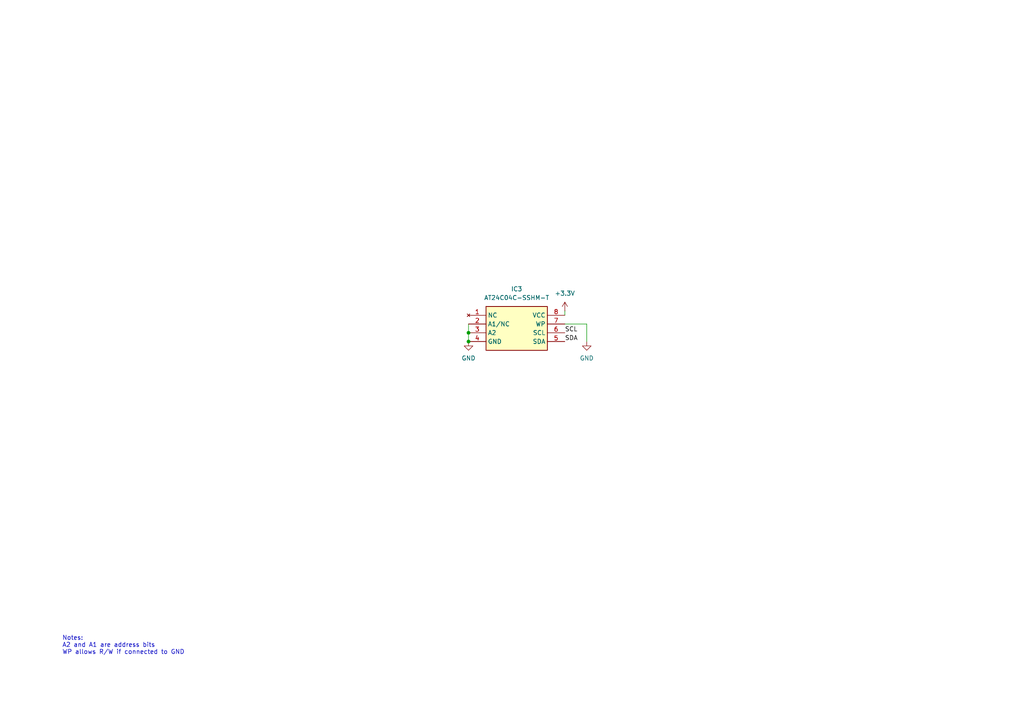
<source format=kicad_sch>
(kicad_sch (version 20231120) (generator "eeschema") (generator_version "8.0")
  (paper "A4")
  (title_block (title "AT24C04C-SSHM-T") (date "2024-11-12") (rev "0.01") (company "Balanças Marques") (comment 3 "Ruben Figueiredo"))
  (lib_symbols
    (symbol "BM_KiCad_library:AT24C04C-SSHM-T"
      (property "Reference" "IC" (at 24.13 7.62 0))
      (property "Value" "AT24C04C-SSHM-T" (at 24.13 5.08 0))
      (symbol "AT24C04C-SSHM-T_1_1"
        (rectangle (start 5.08 2.54) (end 22.86 -10.16) (stroke (width 0.254)) (fill (type background)))
        (pin no_connect line (at 0 0 0) (length 5.08) (name "NC") (number "1"))
        (pin passive line (at 0 -2.54 0) (length 5.08) (name "A1/NC") (number "2"))
        (pin passive line (at 0 -5.08 0) (length 5.08) (name "A2") (number "3"))
        (pin passive line (at 0 -7.62 0) (length 5.08) (name "GND") (number "4"))
        (pin passive line (at 27.94 -7.62 180) (length 5.08) (name "SDA") (number "5"))
        (pin passive line (at 27.94 -5.08 180) (length 5.08) (name "SCL") (number "6"))
        (pin passive line (at 27.94 -2.54 180) (length 5.08) (name "WP") (number "7"))
        (pin passive line (at 27.94 0 180) (length 5.08) (name "VCC") (number "8"))
      )
    )
    (symbol "power:+3.3V" (power) (pin_numbers hide) (pin_names (offset 0) hide)
      (property "Value" "+3.3V" (at 0 3.556 0))
      (symbol "+3.3V_0_1"
        (polyline (pts (xy -0.762 1.27) (xy 0 2.54)))
        (polyline (pts (xy 0 0) (xy 0 2.54)))
        (polyline (pts (xy 0 2.54) (xy 0.762 1.27)))
      )
      (symbol "+3.3V_1_1"
        (pin power_in line (at 0 0 90) (length 0) (name "~") (number "1"))
      )
    )
    (symbol "power:GND" (power) (pin_numbers hide) (pin_names (offset 0) hide)
      (property "Value" "GND" (at 0 -3.81 0))
      (symbol "GND_0_1"
        (polyline (pts (xy 0 0) (xy 0 -1.27) (xy 1.27 -1.27) (xy 0 -2.54) (xy -1.27 -1.27) (xy 0 -1.27)))
      )
      (symbol "GND_1_1"
        (pin power_in line (at 0 0 270) (length 0) (name "~") (number "1"))
      )
    )
  )
  (junction (at 135.89 96.52))
  (junction (at 135.89 99.06))
  (wire (pts (xy 135.89 96.52) (xy 135.89 99.06)))
  (wire (pts (xy 170.18 99.06) (xy 170.18 93.98)))
  (wire (pts (xy 135.89 93.98) (xy 135.89 96.52)))
  (wire (pts (xy 170.18 93.98) (xy 163.83 93.98)))
  (wire (pts (xy 163.83 90.17) (xy 163.83 91.44)))
  (text "Notes:\nA2 and A1 are address bits\nWP allows R/W if connected to GND" (at 18.034 187.198 0) (effects (font (size 1.27 1.27)) (justify left)))
  (label "SDA" (at 163.83 99.06 0))
  (label "SCL" (at 163.83 96.52 0))
  (symbol (lib_id "power:GND") (at 170.18 99.06 0) (unit 1)
    (property "Reference" "#PWR016" (effects (hide yes)))
    (property "Value" "GND" (at 170.18 103.886 0))
    (property "Description" "Power symbol creates a global label with name \"GND\" , ground" (effects (hide yes)))
  )
  (symbol (lib_id "power:GND") (at 135.89 99.06 0) (unit 1)
    (property "Reference" "#PWR014" (effects (hide yes)))
    (property "Value" "GND" (at 135.89 103.886 0))
    (property "Description" "Power symbol creates a global label with name \"GND\" , ground" (effects (hide yes)))
  )
  (symbol (lib_id "BM_KiCad_library:AT24C04C-SSHM-T") (at 135.89 91.44 0) (unit 1)
    (property "Reference" "IC3" (at 149.86 83.82 0))
    (property "Value" "AT24C04C-SSHM-T" (at 149.86 86.36 0))
    (property "Footprint" "BM_KiCad_Library:SOIC127P600X175-8N" (effects (hide yes)))
    (property "Datasheet" "https://datasheet.lcsc.com/szlcsc/Microchip-Tech-AT24C04C-SSHM-T_C6205.pdf" (effects (hide yes)))
    (property "Description" "EEPROM 4K (512x8) 2-WIRE NiPdAu, 1.7V" (effects (hide yes)))
    (property "Height" "1.75" (effects (hide yes)))
    (property "Manufacturer_Name" "Microchip" (effects (hide yes)))
    (property "Manufacturer_Part_Number" "AT24C04C-SSHM-T" (effects (hide yes)))
    (property "Mouser Part Number" "556-AT24C04C-SSHM-T" (effects (hide yes)))
    (property "Mouser Price/Stock" "https://www.mouser.co.uk/ProductDetail/Microchip-Technology-Atmel/AT24C04C-SSHM-T?qs=rNaVQffb%252BtcPg4SMgvVriA%3D%3D" (effects (hide yes)))
    (property "Arrow Part Number" "AT24C04C-SSHM-T" (effects (hide yes)))
    (property "Arrow Price/Stock" "https://www.arrow.com/en/products/at24c04c-sshm-t/microchip-technology?region=nac" (effects (hide yes)))
  )
  (symbol (lib_id "power:+3.3V") (at 163.83 90.17 0) (unit 1)
    (property "Reference" "#PWR015" (effects (hide yes)))
    (property "Value" "+3.3V" (at 163.83 85.09 0))
    (property "Description" "Power symbol creates a global label with name \"+3.3V\"" (effects (hide yes)))
  )
)
</source>
